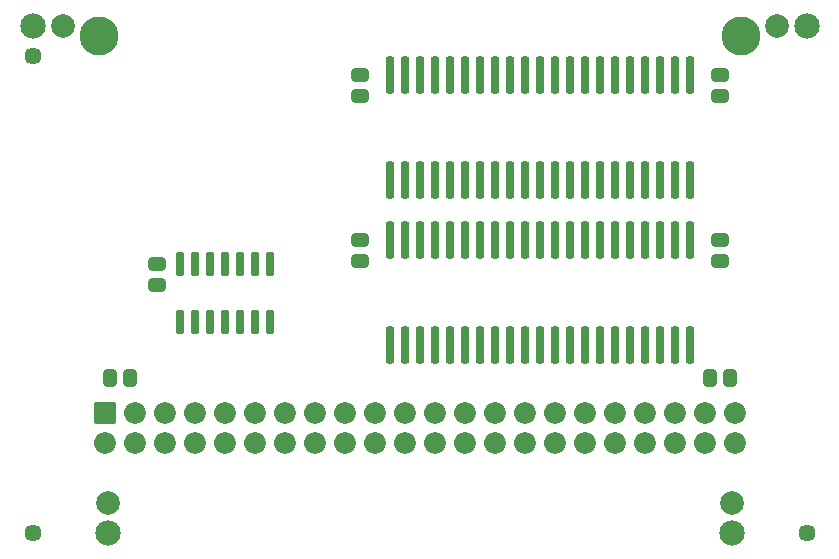
<source format=gts>
G04 #@! TF.GenerationSoftware,KiCad,Pcbnew,(6.0.2-0)*
G04 #@! TF.CreationDate,2022-08-10T03:19:08-04:00*
G04 #@! TF.ProjectId,MacClassicRAMCard,4d616343-6c61-4737-9369-6352414d4361,rev?*
G04 #@! TF.SameCoordinates,Original*
G04 #@! TF.FileFunction,Soldermask,Top*
G04 #@! TF.FilePolarity,Negative*
%FSLAX46Y46*%
G04 Gerber Fmt 4.6, Leading zero omitted, Abs format (unit mm)*
G04 Created by KiCad (PCBNEW (6.0.2-0)) date 2022-08-10 03:19:08*
%MOMM*%
%LPD*%
G01*
G04 APERTURE LIST*
G04 Aperture macros list*
%AMRoundRect*
0 Rectangle with rounded corners*
0 $1 Rounding radius*
0 $2 $3 $4 $5 $6 $7 $8 $9 X,Y pos of 4 corners*
0 Add a 4 corners polygon primitive as box body*
4,1,4,$2,$3,$4,$5,$6,$7,$8,$9,$2,$3,0*
0 Add four circle primitives for the rounded corners*
1,1,$1+$1,$2,$3*
1,1,$1+$1,$4,$5*
1,1,$1+$1,$6,$7*
1,1,$1+$1,$8,$9*
0 Add four rect primitives between the rounded corners*
20,1,$1+$1,$2,$3,$4,$5,0*
20,1,$1+$1,$4,$5,$6,$7,0*
20,1,$1+$1,$6,$7,$8,$9,0*
20,1,$1+$1,$8,$9,$2,$3,0*%
G04 Aperture macros list end*
%ADD10C,1.448000*%
%ADD11C,2.000000*%
%ADD12RoundRect,0.312500X-0.437500X0.262500X-0.437500X-0.262500X0.437500X-0.262500X0.437500X0.262500X0*%
%ADD13RoundRect,0.312500X0.262500X0.437500X-0.262500X0.437500X-0.262500X-0.437500X0.262500X-0.437500X0*%
%ADD14C,2.150000*%
%ADD15RoundRect,0.075000X0.850000X-0.850000X0.850000X0.850000X-0.850000X0.850000X-0.850000X-0.850000X0*%
%ADD16O,1.850000X1.850000*%
%ADD17RoundRect,0.200000X-0.150000X1.374000X-0.150000X-1.374000X0.150000X-1.374000X0.150000X1.374000X0*%
%ADD18RoundRect,0.200000X0.150000X-0.825000X0.150000X0.825000X-0.150000X0.825000X-0.150000X-0.825000X0*%
%ADD19RoundRect,0.312500X-0.262500X-0.437500X0.262500X-0.437500X0.262500X0.437500X-0.262500X0.437500X0*%
%ADD20C,3.296000*%
G04 APERTURE END LIST*
D10*
X87884000Y-92964000D03*
X87884000Y-133350000D03*
X153416000Y-133350000D03*
D11*
X90424000Y-90424000D03*
D12*
X115570000Y-108585000D03*
X115570000Y-110285000D03*
D13*
X96100000Y-120269000D03*
X94400000Y-120269000D03*
D12*
X146050000Y-108585000D03*
X146050000Y-110285000D03*
D11*
X150876000Y-90424000D03*
D14*
X87884000Y-90424000D03*
X153416000Y-90424000D03*
D15*
X93980000Y-123190000D03*
D16*
X93980000Y-125730000D03*
X96520000Y-123190000D03*
X96520000Y-125730000D03*
X99060000Y-123190000D03*
X99060000Y-125730000D03*
X101600000Y-123190000D03*
X101600000Y-125730000D03*
X104140000Y-123190000D03*
X104140000Y-125730000D03*
X106680000Y-123190000D03*
X106680000Y-125730000D03*
X109220000Y-123190000D03*
X109220000Y-125730000D03*
X111760000Y-123190000D03*
X111760000Y-125730000D03*
X114300000Y-123190000D03*
X114300000Y-125730000D03*
X116840000Y-123190000D03*
X116840000Y-125730000D03*
X119380000Y-123190000D03*
X119380000Y-125730000D03*
X121920000Y-123190000D03*
X121920000Y-125730000D03*
X124460000Y-123190000D03*
X124460000Y-125730000D03*
X127000000Y-123190000D03*
X127000000Y-125730000D03*
X129540000Y-123190000D03*
X129540000Y-125730000D03*
X132080000Y-123190000D03*
X132080000Y-125730000D03*
X134620000Y-123190000D03*
X134620000Y-125730000D03*
X137160000Y-123190000D03*
X137160000Y-125730000D03*
X139700000Y-123190000D03*
X139700000Y-125730000D03*
X142240000Y-123190000D03*
X142240000Y-125730000D03*
X144780000Y-123190000D03*
X144780000Y-125730000D03*
X147320000Y-123190000D03*
X147320000Y-125730000D03*
D14*
X147066000Y-133350000D03*
D11*
X94234000Y-130810000D03*
X147066000Y-130810000D03*
D17*
X143510000Y-94615000D03*
X142240000Y-94615000D03*
X140970000Y-94615000D03*
X139700000Y-94615000D03*
X138430000Y-94615000D03*
X137160000Y-94615000D03*
X135890000Y-94615000D03*
X134620000Y-94615000D03*
X133350000Y-94615000D03*
X132080000Y-94615000D03*
X130810000Y-94615000D03*
X129540000Y-94615000D03*
X128270000Y-94615000D03*
X127000000Y-94615000D03*
X125730000Y-94615000D03*
X124460000Y-94615000D03*
X123190000Y-94615000D03*
X121920000Y-94615000D03*
X120650000Y-94615000D03*
X119380000Y-94615000D03*
X118110000Y-94615000D03*
X118110000Y-103505000D03*
X119380000Y-103505000D03*
X120650000Y-103505000D03*
X121920000Y-103505000D03*
X123190000Y-103505000D03*
X124460000Y-103505000D03*
X125730000Y-103505000D03*
X127000000Y-103505000D03*
X128270000Y-103505000D03*
X129540000Y-103505000D03*
X130810000Y-103505000D03*
X132080000Y-103505000D03*
X133350000Y-103505000D03*
X134620000Y-103505000D03*
X135890000Y-103505000D03*
X137160000Y-103505000D03*
X138430000Y-103505000D03*
X139700000Y-103505000D03*
X140970000Y-103505000D03*
X142240000Y-103505000D03*
X143510000Y-103505000D03*
D18*
X100330000Y-115505000D03*
X101600000Y-115505000D03*
X102870000Y-115505000D03*
X104140000Y-115505000D03*
X105410000Y-115505000D03*
X106680000Y-115505000D03*
X107950000Y-115505000D03*
X107950000Y-110555000D03*
X106680000Y-110555000D03*
X105410000Y-110555000D03*
X104140000Y-110555000D03*
X102870000Y-110555000D03*
X101600000Y-110555000D03*
X100330000Y-110555000D03*
D17*
X143510000Y-108585000D03*
X142240000Y-108585000D03*
X140970000Y-108585000D03*
X139700000Y-108585000D03*
X138430000Y-108585000D03*
X137160000Y-108585000D03*
X135890000Y-108585000D03*
X134620000Y-108585000D03*
X133350000Y-108585000D03*
X132080000Y-108585000D03*
X130810000Y-108585000D03*
X129540000Y-108585000D03*
X128270000Y-108585000D03*
X127000000Y-108585000D03*
X125730000Y-108585000D03*
X124460000Y-108585000D03*
X123190000Y-108585000D03*
X121920000Y-108585000D03*
X120650000Y-108585000D03*
X119380000Y-108585000D03*
X118110000Y-108585000D03*
X118110000Y-117475000D03*
X119380000Y-117475000D03*
X120650000Y-117475000D03*
X121920000Y-117475000D03*
X123190000Y-117475000D03*
X124460000Y-117475000D03*
X125730000Y-117475000D03*
X127000000Y-117475000D03*
X128270000Y-117475000D03*
X129540000Y-117475000D03*
X130810000Y-117475000D03*
X132080000Y-117475000D03*
X133350000Y-117475000D03*
X134620000Y-117475000D03*
X135890000Y-117475000D03*
X137160000Y-117475000D03*
X138430000Y-117475000D03*
X139700000Y-117475000D03*
X140970000Y-117475000D03*
X142240000Y-117475000D03*
X143510000Y-117475000D03*
D19*
X145200000Y-120269000D03*
X146900000Y-120269000D03*
D12*
X98425000Y-110617000D03*
X98425000Y-112317000D03*
X146050000Y-94615000D03*
X146050000Y-96315000D03*
X115570000Y-94615000D03*
X115570000Y-96315000D03*
D14*
X94234000Y-133350000D03*
D20*
X93472000Y-91313000D03*
X147828000Y-91313000D03*
M02*

</source>
